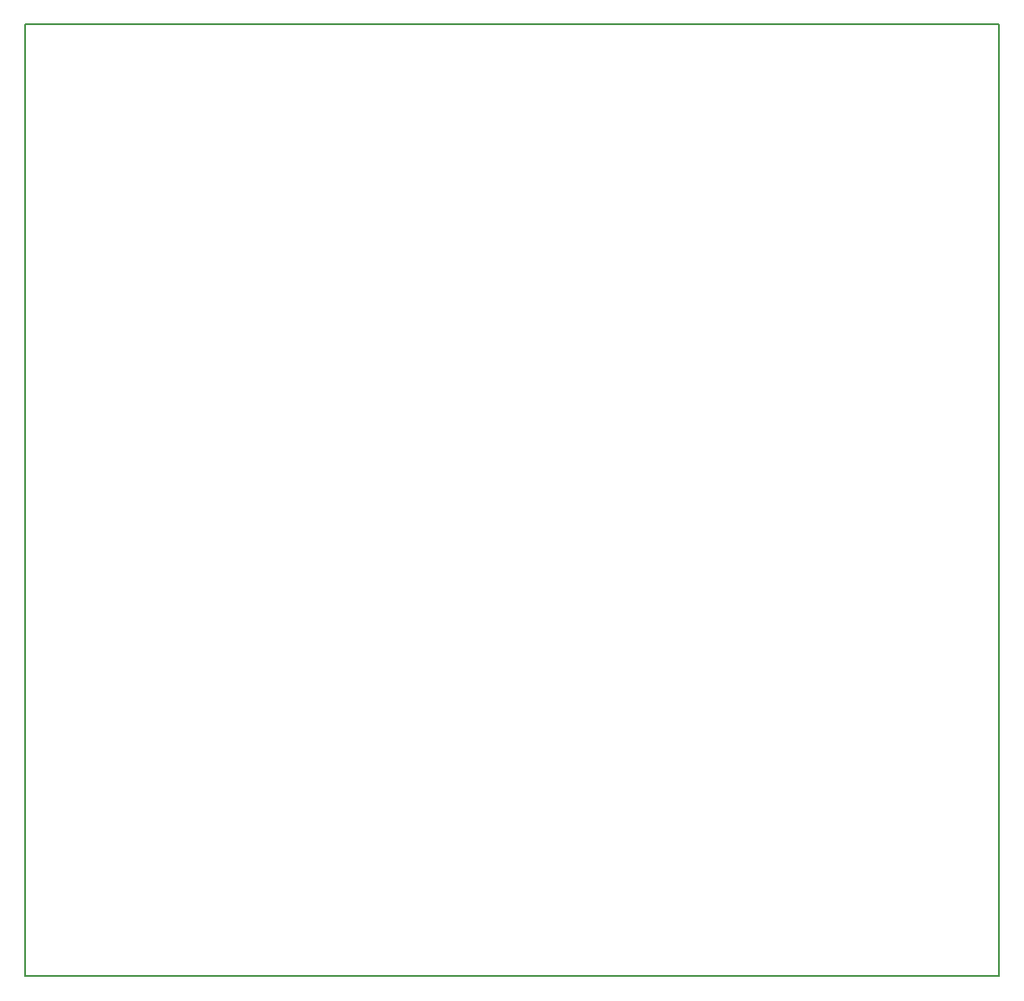
<source format=gm1>
G04*
G04 #@! TF.GenerationSoftware,Altium Limited,Altium Designer,19.1.8 (144)*
G04*
G04 Layer_Color=16711935*
%FSLAX25Y25*%
%MOIN*%
G70*
G01*
G75*
%ADD13C,0.00591*%
D13*
X114173Y118110D02*
Y472441D01*
X476378D01*
Y118110D02*
Y472441D01*
X472441Y118110D02*
X476378D01*
X114173D02*
X472441D01*
M02*

</source>
